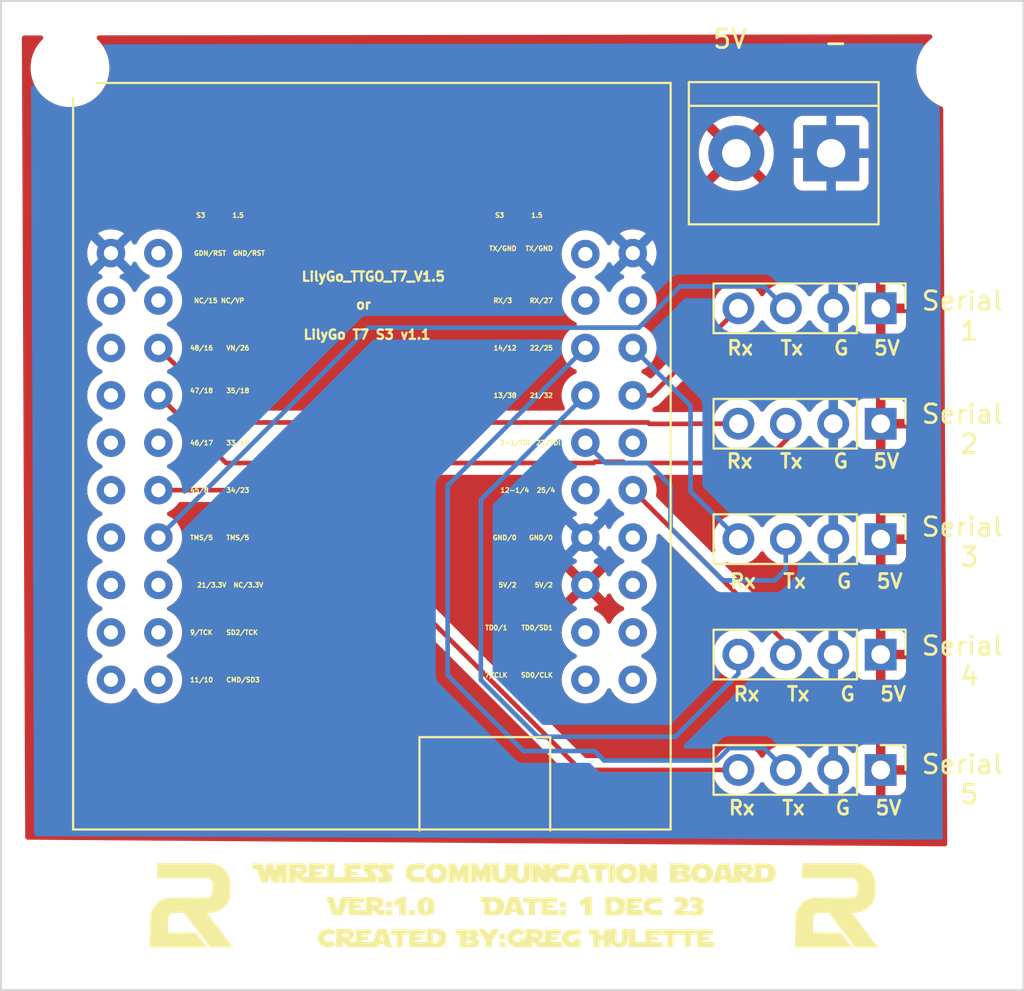
<source format=kicad_pcb>
(kicad_pcb (version 20211014) (generator pcbnew)
  (layers (0 "F.Cu" signal) (31 "B.Cu" signal) (34 "B.Paste" user) (35 "F.Paste" user) (36 "B.SilkS" user "B.Silkscreen") (37 "F.SilkS" user "F.Silkscreen") (38 "B.Mask" user) (39 "F.Mask" user) (44 "Edge.Cuts" user))
  (net 0 "")
  (net 1 "GND")
  (net 2 "+5V")
  (net 3 "Tx1")
  (net 4 "Rx1")
  (net 5 "Tx2")
  (net 6 "Rx2")
  (net 8 "Tx4")
  (net 9 "Rx4")
  (net 10 "Tx5")
  (net 13 "Rx5")
  (net 21 "Rx3")
  (net 37 "Tx3")
  (footprint "Logos:R2_Logo_V2" (layer "F.Cu") (at 124.206 115.813113)
    (fp_text reference "G***" hide)
    (fp_text value "LOGO" hide)
  )
  (footprint "Connector_PinHeader_2.54mm:PinHeader_1x04_P2.54mm_Vertical" (layer "F.Cu") (at 161.114 95.837 -90)
    (fp_text reference "J3" hide)
    (fp_text value "S3" hide)
    (pad "1" thru_hole rect locked (at 0 0 270) (size 1.7 1.7) (drill 1) (layers *.Cu *.Mask) (net 2 "+5V"))
    (pad "2" thru_hole oval locked (at 0 2.54 270) (size 1.7 1.7) (drill 1) (layers *.Cu *.Mask) (net 1 "GND"))
    (pad "3" thru_hole oval locked (at 0 5.08 270) (size 1.7 1.7) (drill 1) (layers *.Cu *.Mask) (net 37 "Tx3"))
    (pad "4" thru_hole oval locked (at 0 7.62 270) (size 1.7 1.7) (drill 1) (layers *.Cu *.Mask) (net 21 "Rx3"))
  )
  (footprint "MountingHole:MountingHole_3.2mm_M3" (layer "F.Cu") (at 165.082 116.24)
    (fp_text reference "REF**" hide)
    (fp_text value "MountingHole_3.2mm_M3" hide)
    (pad "" np_thru_hole circle locked (at 0 0) (size 3.2 3.2) (drill 3.2) (layers *.Cu *.Mask))
  )
  (footprint "MountingHole:MountingHole_3.2mm_M3" (layer "F.Cu") (at 165.128 70.684)
    (fp_text reference "REF**" hide)
    (fp_text value "MountingHole_3.2mm_M3" hide)
    (pad "" np_thru_hole circle locked (at 0 0) (size 3.2 3.2) (drill 3.2) (layers *.Cu *.Mask))
  )
  (footprint "MountingHole:MountingHole_3.2mm_M3" (layer "F.Cu") (at 117.654 116.298)
    (fp_text reference "REF**" hide)
    (fp_text value "MountingHole_3.2mm_M3" hide)
    (pad "" np_thru_hole circle locked (at 0 0) (size 3.2 3.2) (drill 3.2) (layers *.Cu *.Mask))
  )
  (footprint "Module:LILYGO_TTGO_T7_V1.5" (layer "F.Cu") (at 133.865 91.395)
    (fp_text reference "U1" hide)
    (fp_text value "LilyGo_TTGO_T7_V1.5" (at 0.0762 -9.6266 180) (layer "F.SilkS") (effects (font (size 0.5 0.5) (thickness 0.125))))
    (pad "0" thru_hole circle (at 13.973 4.357) (size 1.524 1.524) (drill 0.762) (layers *.Cu *.Mask))
    (pad "1" thru_hole circle (at 11.433 -10.833) (size 1.524 1.524) (drill 0.762) (layers *.Cu *.Mask))
    (pad "2" thru_hole circle (at 13.973 6.897) (size 1.524 1.524) (drill 0.762) (layers *.Cu *.Mask))
    (pad "3" thru_hole circle (at 11.433 -8.343) (size 1.524 1.524) (drill 0.762) (layers *.Cu *.Mask))
    (pad "4" thru_hole circle (at 13.973 1.817) (size 1.524 1.524) (drill 0.762) (layers *.Cu *.Mask) (net 8 "Tx4"))
    (pad "5" thru_hole circle (at -11.433 4.357) (size 1.524 1.524) (drill 0.762) (layers *.Cu *.Mask) (net 3 "Tx1"))
    (pad "18" thru_hole circle (at -11.433 -3.263) (size 1.524 1.524) (drill 0.762) (layers *.Cu *.Mask) (net 5 "Tx2"))
    (pad "19" thru_hole circle (at -11.433 -0.723) (size 1.524 1.524) (drill 0.762) (layers *.Cu *.Mask))
    (pad "21" thru_hole circle (at 11.433 -3.263) (size 1.524 1.524) (drill 0.762) (layers *.Cu *.Mask) (net 9 "Rx4"))
    (pad "22" thru_hole circle (at 11.433 -5.803) (size 1.524 1.524) (drill 0.762) (layers *.Cu *.Mask) (net 10 "Tx5"))
    (pad "23" thru_hole circle (at -11.433 1.817) (size 1.524 1.524) (drill 0.762) (layers *.Cu *.Mask) (net 13 "Rx5"))
    (pad "25" thru_hole circle (at 11.433 1.817) (size 1.524 1.524) (drill 0.762) (layers *.Cu *.Mask))
    (pad "26" thru_hole circle (at -11.433 -5.803) (size 1.524 1.524) (drill 0.762) (layers *.Cu *.Mask) (net 6 "Rx2"))
    (pad "27" thru_hole circle (at 11.433 -0.723) (size 1.524 1.524) (drill 0.762) (layers *.Cu *.Mask) (net 37 "Tx3"))
    (pad "32" thru_hole circle (at 13.973 -3.263) (size 1.524 1.524) (drill 0.762) (layers *.Cu *.Mask) (net 4 "Rx1"))
    (pad "33" thru_hole circle (at -13.973 -0.723) (size 1.524 1.524) (drill 0.762) (layers *.Cu *.Mask))
    (pad "34" thru_hole circle (at -13.973 1.817) (size 1.524 1.524) (drill 0.762) (layers *.Cu *.Mask))
    (pad "35" thru_hole circle (at -13.973 -3.263) (size 1.524 1.524) (drill 0.762) (layers *.Cu *.Mask))
    (pad "39" thru_hole circle (at -13.973 -5.803) (size 1.524 1.524) (drill 0.762) (layers *.Cu *.Mask))
    (pad "60" thru_hole circle (at 11.433 4.357) (size 1.524 1.524) (drill 0.762) (layers *.Cu *.Mask) (net 1 "GND"))
    (pad "61" thru_hole circle (at 13.973 -10.883) (size 1.524 1.524) (drill 0.762) (layers *.Cu *.Mask) (net 1 "GND"))
    (pad "62" thru_hole circle (at -13.973 -10.883) (size 1.524 1.524) (drill 0.762) (layers *.Cu *.Mask) (net 1 "GND"))
    (pad "70" thru_hole circle (at 11.433 6.897) (size 1.524 1.524) (drill 0.762) (layers *.Cu *.Mask) (net 2 "+5V"))
    (pad "71" thru_hole circle (at -11.433 6.897) (size 1.524 1.524) (drill 0.762) (layers *.Cu *.Mask))
    (pad "80" thru_hole circle (at 11.433 9.437) (size 1.524 1.524) (drill 0.762) (layers *.Cu *.Mask))
    (pad "81" thru_hole circle (at 11.433 11.977) (size 1.524 1.524) (drill 0.762) (layers *.Cu *.Mask))
    (pad "82" thru_hole circle (at 13.973 -0.723) (size 1.524 1.524) (drill 0.762) (layers *.Cu *.Mask))
    (pad "83" thru_hole circle (at 13.973 9.437) (size 1.524 1.524) (drill 0.762) (layers *.Cu *.Mask))
    (pad "84" thru_hole circle (at 13.973 11.977) (size 1.524 1.524) (drill 0.762) (layers *.Cu *.Mask))
    (pad "85" thru_hole circle (at -11.433 -10.883) (size 1.524 1.524) (drill 0.762) (layers *.Cu *.Mask))
    (pad "86" thru_hole circle (at -11.433 -8.343) (size 1.524 1.524) (drill 0.762) (layers *.Cu *.Mask))
    (pad "87" thru_hole circle (at -11.433 9.437) (size 1.524 1.524) (drill 0.762) (layers *.Cu *.Mask))
    (pad "88" thru_hole circle (at -11.433 11.977) (size 1.524 1.524) (drill 0.762) (layers *.Cu *.Mask))
    (pad "89" thru_hole circle (at -13.973 -8.343) (size 1.524 1.524) (drill 0.762) (layers *.Cu *.Mask))
    (pad "90" thru_hole circle (at -13.973 4.357) (size 1.524 1.524) (drill 0.762) (layers *.Cu *.Mask))
    (pad "91" thru_hole circle (at -13.973 6.897) (size 1.524 1.524) (drill 0.762) (layers *.Cu *.Mask))
    (pad "92" thru_hole circle (at -13.973 9.437) (size 1.524 1.524) (drill 0.762) (layers *.Cu *.Mask))
    (pad "93" thru_hole circle (at -13.973 11.977) (size 1.524 1.524) (drill 0.762) (layers *.Cu *.Mask))
    (pad "251" thru_hole circle (at 13.973 -5.803) (size 1.524 1.524) (drill 0.762) (layers *.Cu *.Mask) (net 21 "Rx3"))
    (pad "271" thru_hole circle (at 13.973 -8.343) (size 1.524 1.524) (drill 0.762) (layers *.Cu *.Mask))
  )
  (footprint "Logos:WCB" (layer "F.Cu") (at 141.478 115.45872)
    (fp_text reference "G***" hide)
    (fp_text value "LOGO" hide)
  )
  (footprint "Connector_PinHeader_2.54mm:PinHeader_1x04_P2.54mm_Vertical" (layer "F.Cu") (at 161.114 89.6535 -90)
    (fp_text reference "J2" hide)
    (fp_text value "S2" hide)
    (pad "1" thru_hole rect locked (at 0 0 270) (size 1.7 1.7) (drill 1) (layers *.Cu *.Mask) (net 2 "+5V"))
    (pad "2" thru_hole oval locked (at 0 2.54 270) (size 1.7 1.7) (drill 1) (layers *.Cu *.Mask) (net 1 "GND"))
    (pad "3" thru_hole oval locked (at 0 5.08 270) (size 1.7 1.7) (drill 1) (layers *.Cu *.Mask) (net 5 "Tx2"))
    (pad "4" thru_hole oval locked (at 0 7.62 270) (size 1.7 1.7) (drill 1) (layers *.Cu *.Mask) (net 6 "Rx2"))
  )
  (footprint "TerminalBlock:TerminalBlock_bornier-2_P5.08mm" (layer "F.Cu") (at 158.46 75.16 180)
    (fp_text reference "J6" hide)
    (fp_text value "Screw_Terminal_01x02" hide)
    (pad "1" thru_hole rect locked (at 0 0 180) (size 3 3) (drill 1.52) (layers *.Cu *.Mask) (net 1 "GND"))
    (pad "2" thru_hole circle locked (at 5.08 0 180) (size 3 3) (drill 1.52) (layers *.Cu *.Mask) (net 2 "+5V"))
  )
  (footprint "Connector_PinHeader_2.54mm:PinHeader_1x04_P2.54mm_Vertical" (layer "F.Cu") (at 161.114 83.47 -90)
    (fp_text reference "J1" hide)
    (fp_text value "S1" hide)
    (pad "1" thru_hole rect locked (at 0 0 270) (size 1.7 1.7) (drill 1) (layers *.Cu *.Mask) (net 2 "+5V"))
    (pad "2" thru_hole oval locked (at 0 2.54 270) (size 1.7 1.7) (drill 1) (layers *.Cu *.Mask) (net 1 "GND"))
    (pad "3" thru_hole oval locked (at 0 5.08 270) (size 1.7 1.7) (drill 1) (layers *.Cu *.Mask) (net 3 "Tx1"))
    (pad "4" thru_hole oval locked (at 0 7.62 270) (size 1.7 1.7) (drill 1) (layers *.Cu *.Mask) (net 4 "Rx1"))
  )
  (footprint "Connector_PinHeader_2.54mm:PinHeader_1x04_P2.54mm_Vertical" (layer "F.Cu") (at 161.114 102.0205 -90)
    (fp_text reference "J4" hide)
    (fp_text value "S4" hide)
    (pad "1" thru_hole rect locked (at 0 0 270) (size 1.7 1.7) (drill 1) (layers *.Cu *.Mask) (net 2 "+5V"))
    (pad "2" thru_hole oval locked (at 0 2.54 270) (size 1.7 1.7) (drill 1) (layers *.Cu *.Mask) (net 1 "GND"))
    (pad "3" thru_hole oval locked (at 0 5.08 270) (size 1.7 1.7) (drill 1) (layers *.Cu *.Mask) (net 8 "Tx4"))
    (pad "4" thru_hole oval locked (at 0 7.62 270) (size 1.7 1.7) (drill 1) (layers *.Cu *.Mask) (net 9 "Rx4"))
  )
  (footprint "Connector_PinHeader_2.54mm:PinHeader_1x04_P2.54mm_Vertical" (layer "F.Cu") (at 161.114 108.204 -90)
    (fp_text reference "J5" hide)
    (fp_text value "S5" hide)
    (pad "1" thru_hole rect locked (at 0 0 270) (size 1.7 1.7) (drill 1) (layers *.Cu *.Mask) (net 2 "+5V"))
    (pad "2" thru_hole oval locked (at 0 2.54 270) (size 1.7 1.7) (drill 1) (layers *.Cu *.Mask) (net 1 "GND"))
    (pad "3" thru_hole oval locked (at 0 5.08 270) (size 1.7 1.7) (drill 1) (layers *.Cu *.Mask) (net 10 "Tx5"))
    (pad "4" thru_hole oval locked (at 0 7.62 270) (size 1.7 1.7) (drill 1) (layers *.Cu *.Mask) (net 13 "Rx5"))
  )
  (footprint "MountingHole:MountingHole_3.2mm_M3" (layer "F.Cu") (at 117.7 70.58)
    (fp_text reference "REF**" hide)
    (fp_text value "MountingHole_3.2mm_M3" hide)
    (pad "" np_thru_hole circle locked (at 0 0) (size 3.2 3.2) (drill 3.2) (layers *.Cu *.Mask))
  )
  (footprint "Logos:R2_Logo_V2" (layer "F.Cu") (at 158.75 115.813113)
    (fp_text reference "G***" hide)
    (fp_text value "LOGO" hide)
  )
  (gr_line (start 114 67) (end 168.762 67) (layer "Edge.Cuts") (width 0.1))
  (gr_line (start 168.762 67) (end 168.762 120) (layer "Edge.Cuts") (width 0.1))
  (gr_line (start 114 120) (end 114 67) (layer "Edge.Cuts") (width 0.1))
  (gr_line (start 168.762 120) (end 114 120) (layer "Edge.Cuts") (width 0.1))
  (gr_text "TD0/1	TD0/SD1" (at 141.743905 100.584) (layer "F.SilkS") (effects (font (size 0.25 0.25) (thickness 0.0625))))
  (gr_text "Rx" (at 153.736 98.094) (layer "F.SilkS") (effects (font (size 0.75 0.75))))
  (gr_text "GND/0	GND/0" (at 141.946286 95.758) (layer "F.SilkS") (effects (font (size 0.25 0.25) (thickness 0.0625))))
  (gr_text "Serial \n2" (at 165.862 89.94) (layer "F.SilkS") (effects (font (size 1 1))))
  (gr_text "5V" (at 161.53 110.236) (layer "F.SilkS") (effects (font (size 0.75 0.75))))
  (gr_text "5V" (at 161.446 85.6) (layer "F.SilkS") (effects (font (size 0.75 0.75))))
  (gr_text "Serial \n4" (at 165.862 102.362) (layer "F.SilkS") (effects (font (size 1 1))))
  (gr_text "48/16	VN/26" (at 125.71419 85.598) (layer "F.SilkS") (effects (font (size 0.25 0.25) (thickness 0.0625))))
  (gr_text "47/18	35/18" (at 125.71419 87.884) (layer "F.SilkS") (effects (font (size 0.25 0.25) (thickness 0.0625))))
  (gr_text "3-1/TDI	27/TDI" (at 142.34519 90.678) (layer "F.SilkS") (effects (font (size 0.25 0.25) (thickness 0.0625))))
  (gr_text "Rx" (at 153.586 85.6) (layer "F.SilkS") (effects (font (size 0.75 0.75))))
  (gr_text "21/3.3V	NC/3.3V" (at 126.279667 98.298) (layer "F.SilkS") (effects (font (size 0.25 0.25) (thickness 0.0625))))
  (gr_text "G" (at 158.976 91.66) (layer "F.SilkS") (effects (font (size 0.75 0.75))))
  (gr_text "Tx" (at 156.356 85.6) (layer "F.SilkS") (effects (font (size 0.75 0.75))))
  (gr_text "TMS/5	TMS/5" (at 125.71419 95.758) (layer "F.SilkS") (effects (font (size 0.25 0.25) (thickness 0.0625))))
  (gr_text "S3		1.5" (at 125.73 78.486) (layer "F.SilkS") (effects (font (size 0.25 0.25) (thickness 0.0625))))
  (gr_text "Serial \n3" (at 165.862 95.99) (layer "F.SilkS") (effects (font (size 1 1))))
  (gr_text "11/10	CMD/SD3" (at 125.993952 103.378) (layer "F.SilkS") (effects (font (size 0.25 0.25) (thickness 0.0625))))
  (gr_text "Serial \n5" (at 165.862 108.712) (layer "F.SilkS") (effects (font (size 1 1))))
  (gr_text "5V" (at 161.784 104.14) (layer "F.SilkS") (effects (font (size 0.75 0.75))))
  (gr_text "5V" (at 161.416 91.66) (layer "F.SilkS") (effects (font (size 0.75 0.75))))
  (gr_text "Rx" (at 153.556 91.66) (layer "F.SilkS") (effects (font (size 0.75 0.75))))
  (gr_text "GDN/RST  GND/RST" (at 126.238 80.518) (layer "F.SilkS") (effects (font (size 0.25 0.25) (thickness 0.0625))))
  (gr_text "Tx" (at 156.506 98.094) (layer "F.SilkS") (effects (font (size 0.75 0.75))))
  (gr_text "TX/GND	TX/GND" (at 141.851048 80.264) (layer "F.SilkS") (effects (font (size 0.25 0.25) (thickness 0.0625))))
  (gr_text "5V" (at 161.596 98.094) (layer "F.SilkS") (effects (font (size 0.75 0.75))))
  (gr_text "S3		1.5" (at 141.732 78.486) (layer "F.SilkS") (effects (font (size 0.25 0.25) (thickness 0.0625))))
  (gr_text "G" (at 159.006 85.6) (layer "F.SilkS") (effects (font (size 0.75 0.75))))
  (gr_text "14/12	22/25" (at 141.970095 85.598) (layer "F.SilkS") (effects (font (size 0.25 0.25) (thickness 0.0625))))
  (gr_text "7/CLK	SD0/CLK" (at 141.732 103.124) (layer "F.SilkS") (effects (font (size 0.25 0.25) (thickness 0.0625))))
  (gr_text "NC/15 NC/VP" (at 125.684428 83.058) (layer "F.SilkS") (effects (font (size 0.25 0.25) (thickness 0.0625))))
  (gr_text "9/TCK	SD2/TCK" (at 125.946333 100.838) (layer "F.SilkS") (effects (font (size 0.25 0.25) (thickness 0.0625))))
  (gr_text "Serial \n1" (at 165.862 83.878) (layer "F.SilkS") (effects (font (size 1 1))))
  (gr_text "45/8	34/23" (at 125.71419 93.218) (layer "F.SilkS") (effects (font (size 0.25 0.25) (thickness 0.0625))))
  (gr_text "46/17	33/19" (at 125.71419 90.678) (layer "F.SilkS") (effects (font (size 0.25 0.25) (thickness 0.0625))))
  (gr_text "G" (at 159.344 104.14) (layer "F.SilkS") (effects (font (size 0.75 0.75))))
  (gr_text "RX/3	RX/27" (at 141.964143 83.058) (layer "F.SilkS") (effects (font (size 0.25 0.25) (thickness 0.0625))))
  (gr_text "5V" (at 153.05 69.04) (layer "F.SilkS") (effects (font (size 1 1))))
  (gr_text "12-1/4	25/4" (at 142.21619 93.218) (layer "F.SilkS") (effects (font (size 0.25 0.25) (thickness 0.0625))))
  (gr_text "13/38	21/32" (at 141.970095 88.138) (layer "F.SilkS") (effects (font (size 0.25 0.25) (thickness 0.0625))))
  (gr_text "-" (at 158.71 69.22) (layer "F.SilkS") (effects (font (size 1 1))))
  (gr_text "Rx" (at 153.924 104.14) (layer "F.SilkS") (effects (font (size 0.75 0.75))))
  (gr_text "Tx" (at 156.44 110.236) (layer "F.SilkS") (effects (font (size 0.75 0.75))))
  (gr_text "G" (at 159.156 98.094) (layer "F.SilkS") (effects (font (size 0.75 0.75))))
  (gr_text "Tx" (at 156.326 91.66) (layer "F.SilkS") (effects (font (size 0.75 0.75))))
  (gr_text "G" (at 159.09 110.236) (layer "F.SilkS") (effects (font (size 0.75 0.75))))
  (gr_text "5V/2	5V/2" (at 142.101048 98.298) (layer "F.SilkS") (effects (font (size 0.25 0.25) (thickness 0.0625))))
  (gr_text "Rx" (at 153.67 110.236) (layer "F.SilkS") (effects (font (size 0.75 0.75))))
  (gr_text "Tx" (at 156.694 104.14) (layer "F.SilkS") (effects (font (size 0.75 0.75))))
  (gr_text "or \n\nLilyGo T7 S3 v1.1" (at 133.604 84.074) (layer "F.SilkS") (effects (font (size 0.5 0.5) (thickness 0.125))))
  (segment (start 156.034 83.47) (end 154.859489 82.295489) (width 0.25) (layer "B.Cu") (net 3))
  (segment (start 154.859489 82.295489) (end 150.368511 82.295489) (width 0.25) (layer "B.Cu") (net 3))
  (segment (start 150.368511 82.295489) (end 148.158511 84.505489) (width 0.25) (layer "B.Cu") (net 3))
  (segment (start 148.158511 84.505489) (end 133.678511 84.505489) (width 0.25) (layer "B.Cu") (net 3))
  (segment (start 133.678511 84.505489) (end 122.432 95.752) (width 0.25) (layer "B.Cu") (net 3))
  (segment (start 148.832 88.132) (end 147.838 88.132) (width 0.25) (layer "F.Cu") (net 4))
  (segment (start 153.494 83.47) (end 148.832 88.132) (width 0.25) (layer "F.Cu") (net 4))
  (segment (start 145.748049 91.758511) (end 145.81256 91.694) (width 0.25) (layer "F.Cu") (net 5))
  (segment (start 154.820989 91.758511) (end 156.48 90.0995) (width 0.25) (layer "F.Cu") (net 5))
  (segment (start 145.81256 91.694) (end 147.32344 91.694) (width 0.25) (layer "F.Cu") (net 5))
  (segment (start 122.432 88.132) (end 126.058511 91.758511) (width 0.25) (layer "F.Cu") (net 5))
  (segment (start 126.058511 91.758511) (end 145.748049 91.758511) (width 0.25) (layer "F.Cu") (net 5))
  (segment (start 147.387951 91.758511) (end 154.820989 91.758511) (width 0.25) (layer "F.Cu") (net 5))
  (segment (start 147.32344 91.694) (end 147.387951 91.758511) (width 0.25) (layer "F.Cu") (net 5))
  (segment (start 150.88756 89.662) (end 148.731538 89.662) (width 0.25) (layer "F.Cu") (net 6))
  (segment (start 153.494 89.6535) (end 150.89606 89.6535) (width 0.25) (layer "F.Cu") (net 6))
  (segment (start 126.425489 89.585489) (end 122.432 85.592) (width 0.25) (layer "F.Cu") (net 6))
  (segment (start 150.89606 89.6535) (end 150.88756 89.662) (width 0.25) (layer "F.Cu") (net 6))
  (segment (start 148.731538 89.662) (end 148.655027 89.585489) (width 0.25) (layer "F.Cu") (net 6))
  (segment (start 148.655027 89.585489) (end 126.425489 89.585489) (width 0.25) (layer "F.Cu") (net 6))
  (segment (start 156.034 101.408) (end 156.034 102.0205) (width 0.25) (layer "F.Cu") (net 8))
  (segment (start 147.838 93.212) (end 156.034 101.408) (width 0.25) (layer "F.Cu") (net 8))
  (segment (start 139.7 103.378) (end 139.7 93.73) (width 0.25) (layer "B.Cu") (net 9))
  (segment (start 153.494 103.046) (end 150.114 106.426) (width 0.25) (layer "B.Cu") (net 9))
  (segment (start 139.7 93.73) (end 145.298 88.132) (width 0.25) (layer "B.Cu") (net 9))
  (segment (start 142.748 106.426) (end 139.7 103.378) (width 0.25) (layer "B.Cu") (net 9))
  (segment (start 150.114 106.426) (end 142.748 106.426) (width 0.25) (layer "B.Cu") (net 9))
  (segment (start 153.494 102.0205) (end 153.494 103.046) (width 0.25) (layer "B.Cu") (net 9))
  (segment (start 141.986 107.188) (end 145.796 107.188) (width 0.25) (layer "B.Cu") (net 10))
  (segment (start 154.859489 107.029489) (end 156.034 108.204) (width 0.25) (layer "B.Cu") (net 10))
  (segment (start 145.796 107.188) (end 146.304 107.696) (width 0.25) (layer "B.Cu") (net 10))
  (segment (start 145.298 85.592) (end 137.922 92.968) (width 0.25) (layer "B.Cu") (net 10))
  (segment (start 146.304 107.696) (end 152.34099 107.696) (width 0.25) (layer "B.Cu") (net 10))
  (segment (start 152.34099 107.696) (end 153.007501 107.029489) (width 0.25) (layer "B.Cu") (net 10))
  (segment (start 137.922 92.968) (end 137.922 103.124) (width 0.25) (layer "B.Cu") (net 10))
  (segment (start 153.007501 107.029489) (end 154.859489 107.029489) (width 0.25) (layer "B.Cu") (net 10))
  (segment (start 137.922 103.124) (end 141.986 107.188) (width 0.25) (layer "B.Cu") (net 10))
  (segment (start 145.034 108.204) (end 153.494 108.204) (width 0.25) (layer "F.Cu") (net 13))
  (segment (start 122.432 93.212) (end 130.042 93.212) (width 0.25) (layer "F.Cu") (net 13))
  (segment (start 130.042 93.212) (end 145.034 108.204) (width 0.25) (layer "F.Cu") (net 13))
  (segment (start 150.93 93.273) (end 150.93 88.684) (width 0.25) (layer "B.Cu") (net 21))
  (segment (start 150.93 93.273) (end 153.494 95.837) (width 0.25) (layer "B.Cu") (net 21))
  (segment (start 150.93 88.684) (end 147.838 85.592) (width 0.25) (layer "B.Cu") (net 21))
  (segment (start 148.654511 91.758511) (end 146.384511 91.758511) (width 0.25) (layer "B.Cu") (net 37))
  (segment (start 152.654 98.044) (end 149.86 95.25) (width 0.25) (layer "B.Cu") (net 37))
  (segment (start 149.86 92.964) (end 148.654511 91.758511) (width 0.25) (layer "B.Cu") (net 37))
  (segment (start 149.86 95.25) (end 149.86 92.964) (width 0.25) (layer "B.Cu") (net 37))
  (segment (start 155.448 98.044) (end 152.654 98.044) (width 0.25) (layer "B.Cu") (net 37))
  (segment (start 156.034 95.837) (end 156.034 97.458) (width 0.25) (layer "B.Cu") (net 37))
  (segment (start 146.384511 91.758511) (end 145.298 90.672) (width 0.25) (layer "B.Cu") (net 37))
  (segment (start 156.034 97.458) (end 155.448 98.044) (width 0.25) (layer "B.Cu") (net 37))
  (zone (net 2) (net_name "+5V") (layer "F.Cu") (connect_pads (clearance 0.508)) (min_thickness 0.254) (fill yes (thermal_gap 0.508) (thermal_bridge_width 0.508))
    (polygon (pts (xy 164.68 112.3) (xy 115.3 111.94) (xy 115.12 68.85) (xy 164.44 68.79)))
  )
  (zone (net 1) (net_name "GND") (layer "B.Cu") (connect_pads (clearance 0.508)) (min_thickness 0.254) (fill yes (thermal_gap 0.508) (thermal_bridge_width 0.508))
    (polygon (pts (xy 164.44 111.94) (xy 115.78 111.76) (xy 115.6 69.33) (xy 164.26 69.27)))
  )
)
</source>
